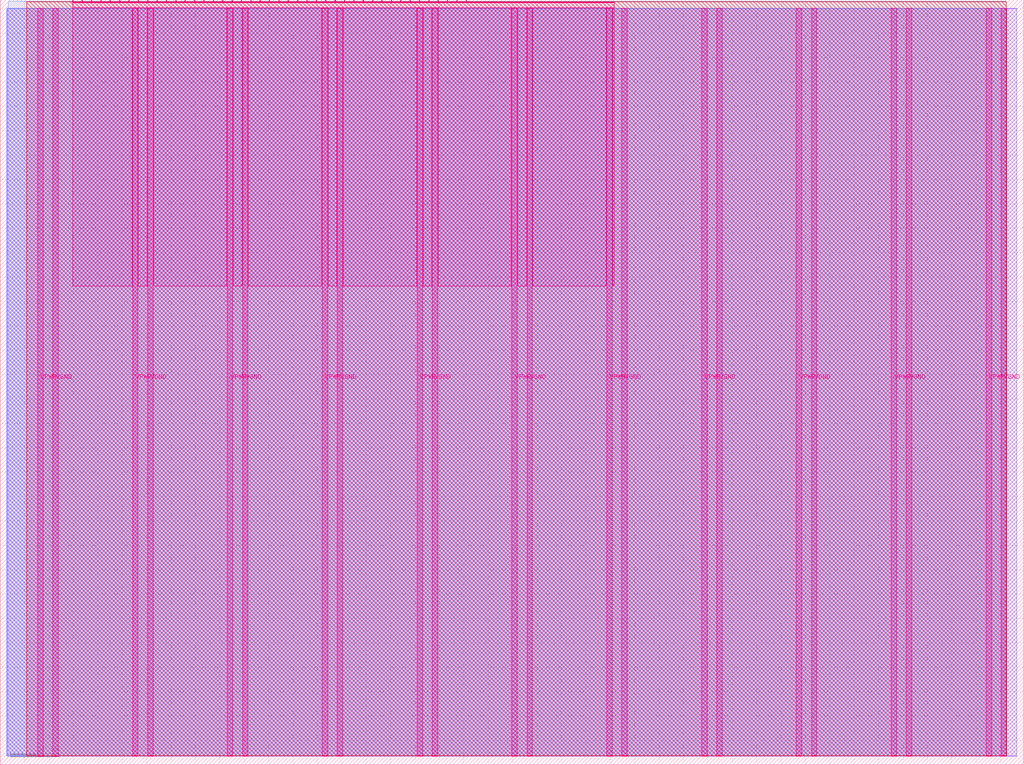
<source format=lef>
VERSION 5.7 ;
  NOWIREEXTENSIONATPIN ON ;
  DIVIDERCHAR "/" ;
  BUSBITCHARS "[]" ;
MACRO tt_um_underserved
  CLASS BLOCK ;
  FOREIGN tt_um_underserved ;
  ORIGIN 0.000 0.000 ;
  SIZE 419.520 BY 313.740 ;
  PIN VGND
    DIRECTION INOUT ;
    USE GROUND ;
    PORT
      LAYER Metal5 ;
        RECT 21.580 3.560 23.780 310.180 ;
    END
    PORT
      LAYER Metal5 ;
        RECT 60.450 3.560 62.650 310.180 ;
    END
    PORT
      LAYER Metal5 ;
        RECT 99.320 3.560 101.520 310.180 ;
    END
    PORT
      LAYER Metal5 ;
        RECT 138.190 3.560 140.390 310.180 ;
    END
    PORT
      LAYER Metal5 ;
        RECT 177.060 3.560 179.260 310.180 ;
    END
    PORT
      LAYER Metal5 ;
        RECT 215.930 3.560 218.130 310.180 ;
    END
    PORT
      LAYER Metal5 ;
        RECT 254.800 3.560 257.000 310.180 ;
    END
    PORT
      LAYER Metal5 ;
        RECT 293.670 3.560 295.870 310.180 ;
    END
    PORT
      LAYER Metal5 ;
        RECT 332.540 3.560 334.740 310.180 ;
    END
    PORT
      LAYER Metal5 ;
        RECT 371.410 3.560 373.610 310.180 ;
    END
    PORT
      LAYER Metal5 ;
        RECT 410.280 3.560 412.480 310.180 ;
    END
  END VGND
  PIN VPWR
    DIRECTION INOUT ;
    USE POWER ;
    PORT
      LAYER Metal5 ;
        RECT 15.380 3.560 17.580 310.180 ;
    END
    PORT
      LAYER Metal5 ;
        RECT 54.250 3.560 56.450 310.180 ;
    END
    PORT
      LAYER Metal5 ;
        RECT 93.120 3.560 95.320 310.180 ;
    END
    PORT
      LAYER Metal5 ;
        RECT 131.990 3.560 134.190 310.180 ;
    END
    PORT
      LAYER Metal5 ;
        RECT 170.860 3.560 173.060 310.180 ;
    END
    PORT
      LAYER Metal5 ;
        RECT 209.730 3.560 211.930 310.180 ;
    END
    PORT
      LAYER Metal5 ;
        RECT 248.600 3.560 250.800 310.180 ;
    END
    PORT
      LAYER Metal5 ;
        RECT 287.470 3.560 289.670 310.180 ;
    END
    PORT
      LAYER Metal5 ;
        RECT 326.340 3.560 328.540 310.180 ;
    END
    PORT
      LAYER Metal5 ;
        RECT 365.210 3.560 367.410 310.180 ;
    END
    PORT
      LAYER Metal5 ;
        RECT 404.080 3.560 406.280 310.180 ;
    END
  END VPWR
  PIN clk
    DIRECTION INPUT ;
    USE SIGNAL ;
    ANTENNAGATEAREA 0.213200 ;
    PORT
      LAYER Metal5 ;
        RECT 187.050 312.740 187.350 313.740 ;
    END
  END clk
  PIN ena
    DIRECTION INPUT ;
    USE SIGNAL ;
    PORT
      LAYER Metal5 ;
        RECT 190.890 312.740 191.190 313.740 ;
    END
  END ena
  PIN rst_n
    DIRECTION INPUT ;
    USE SIGNAL ;
    ANTENNAGATEAREA 0.741000 ;
    PORT
      LAYER Metal5 ;
        RECT 183.210 312.740 183.510 313.740 ;
    END
  END rst_n
  PIN ui_in[0]
    DIRECTION INPUT ;
    USE SIGNAL ;
    PORT
      LAYER Metal5 ;
        RECT 179.370 312.740 179.670 313.740 ;
    END
  END ui_in[0]
  PIN ui_in[1]
    DIRECTION INPUT ;
    USE SIGNAL ;
    PORT
      LAYER Metal5 ;
        RECT 175.530 312.740 175.830 313.740 ;
    END
  END ui_in[1]
  PIN ui_in[2]
    DIRECTION INPUT ;
    USE SIGNAL ;
    PORT
      LAYER Metal5 ;
        RECT 171.690 312.740 171.990 313.740 ;
    END
  END ui_in[2]
  PIN ui_in[3]
    DIRECTION INPUT ;
    USE SIGNAL ;
    PORT
      LAYER Metal5 ;
        RECT 167.850 312.740 168.150 313.740 ;
    END
  END ui_in[3]
  PIN ui_in[4]
    DIRECTION INPUT ;
    USE SIGNAL ;
    PORT
      LAYER Metal5 ;
        RECT 164.010 312.740 164.310 313.740 ;
    END
  END ui_in[4]
  PIN ui_in[5]
    DIRECTION INPUT ;
    USE SIGNAL ;
    PORT
      LAYER Metal5 ;
        RECT 160.170 312.740 160.470 313.740 ;
    END
  END ui_in[5]
  PIN ui_in[6]
    DIRECTION INPUT ;
    USE SIGNAL ;
    PORT
      LAYER Metal5 ;
        RECT 156.330 312.740 156.630 313.740 ;
    END
  END ui_in[6]
  PIN ui_in[7]
    DIRECTION INPUT ;
    USE SIGNAL ;
    ANTENNAGATEAREA 0.180700 ;
    PORT
      LAYER Metal5 ;
        RECT 152.490 312.740 152.790 313.740 ;
    END
  END ui_in[7]
  PIN uio_in[0]
    DIRECTION INPUT ;
    USE SIGNAL ;
    PORT
      LAYER Metal5 ;
        RECT 148.650 312.740 148.950 313.740 ;
    END
  END uio_in[0]
  PIN uio_in[1]
    DIRECTION INPUT ;
    USE SIGNAL ;
    PORT
      LAYER Metal5 ;
        RECT 144.810 312.740 145.110 313.740 ;
    END
  END uio_in[1]
  PIN uio_in[2]
    DIRECTION INPUT ;
    USE SIGNAL ;
    PORT
      LAYER Metal5 ;
        RECT 140.970 312.740 141.270 313.740 ;
    END
  END uio_in[2]
  PIN uio_in[3]
    DIRECTION INPUT ;
    USE SIGNAL ;
    PORT
      LAYER Metal5 ;
        RECT 137.130 312.740 137.430 313.740 ;
    END
  END uio_in[3]
  PIN uio_in[4]
    DIRECTION INPUT ;
    USE SIGNAL ;
    PORT
      LAYER Metal5 ;
        RECT 133.290 312.740 133.590 313.740 ;
    END
  END uio_in[4]
  PIN uio_in[5]
    DIRECTION INPUT ;
    USE SIGNAL ;
    PORT
      LAYER Metal5 ;
        RECT 129.450 312.740 129.750 313.740 ;
    END
  END uio_in[5]
  PIN uio_in[6]
    DIRECTION INPUT ;
    USE SIGNAL ;
    PORT
      LAYER Metal5 ;
        RECT 125.610 312.740 125.910 313.740 ;
    END
  END uio_in[6]
  PIN uio_in[7]
    DIRECTION INPUT ;
    USE SIGNAL ;
    PORT
      LAYER Metal5 ;
        RECT 121.770 312.740 122.070 313.740 ;
    END
  END uio_in[7]
  PIN uio_oe[0]
    DIRECTION OUTPUT ;
    USE SIGNAL ;
    ANTENNADIFFAREA 0.299200 ;
    PORT
      LAYER Metal5 ;
        RECT 56.490 312.740 56.790 313.740 ;
    END
  END uio_oe[0]
  PIN uio_oe[1]
    DIRECTION OUTPUT ;
    USE SIGNAL ;
    ANTENNADIFFAREA 0.299200 ;
    PORT
      LAYER Metal5 ;
        RECT 52.650 312.740 52.950 313.740 ;
    END
  END uio_oe[1]
  PIN uio_oe[2]
    DIRECTION OUTPUT ;
    USE SIGNAL ;
    ANTENNADIFFAREA 0.299200 ;
    PORT
      LAYER Metal5 ;
        RECT 48.810 312.740 49.110 313.740 ;
    END
  END uio_oe[2]
  PIN uio_oe[3]
    DIRECTION OUTPUT ;
    USE SIGNAL ;
    ANTENNADIFFAREA 0.299200 ;
    PORT
      LAYER Metal5 ;
        RECT 44.970 312.740 45.270 313.740 ;
    END
  END uio_oe[3]
  PIN uio_oe[4]
    DIRECTION OUTPUT ;
    USE SIGNAL ;
    ANTENNADIFFAREA 0.299200 ;
    PORT
      LAYER Metal5 ;
        RECT 41.130 312.740 41.430 313.740 ;
    END
  END uio_oe[4]
  PIN uio_oe[5]
    DIRECTION OUTPUT ;
    USE SIGNAL ;
    ANTENNADIFFAREA 0.299200 ;
    PORT
      LAYER Metal5 ;
        RECT 37.290 312.740 37.590 313.740 ;
    END
  END uio_oe[5]
  PIN uio_oe[6]
    DIRECTION OUTPUT ;
    USE SIGNAL ;
    ANTENNADIFFAREA 0.299200 ;
    PORT
      LAYER Metal5 ;
        RECT 33.450 312.740 33.750 313.740 ;
    END
  END uio_oe[6]
  PIN uio_oe[7]
    DIRECTION OUTPUT ;
    USE SIGNAL ;
    ANTENNADIFFAREA 0.299200 ;
    PORT
      LAYER Metal5 ;
        RECT 29.610 312.740 29.910 313.740 ;
    END
  END uio_oe[7]
  PIN uio_out[0]
    DIRECTION OUTPUT ;
    USE SIGNAL ;
    ANTENNADIFFAREA 0.299200 ;
    PORT
      LAYER Metal5 ;
        RECT 87.210 312.740 87.510 313.740 ;
    END
  END uio_out[0]
  PIN uio_out[1]
    DIRECTION OUTPUT ;
    USE SIGNAL ;
    ANTENNADIFFAREA 0.299200 ;
    PORT
      LAYER Metal5 ;
        RECT 83.370 312.740 83.670 313.740 ;
    END
  END uio_out[1]
  PIN uio_out[2]
    DIRECTION OUTPUT ;
    USE SIGNAL ;
    ANTENNADIFFAREA 0.299200 ;
    PORT
      LAYER Metal5 ;
        RECT 79.530 312.740 79.830 313.740 ;
    END
  END uio_out[2]
  PIN uio_out[3]
    DIRECTION OUTPUT ;
    USE SIGNAL ;
    ANTENNADIFFAREA 0.299200 ;
    PORT
      LAYER Metal5 ;
        RECT 75.690 312.740 75.990 313.740 ;
    END
  END uio_out[3]
  PIN uio_out[4]
    DIRECTION OUTPUT ;
    USE SIGNAL ;
    ANTENNADIFFAREA 0.299200 ;
    PORT
      LAYER Metal5 ;
        RECT 71.850 312.740 72.150 313.740 ;
    END
  END uio_out[4]
  PIN uio_out[5]
    DIRECTION OUTPUT ;
    USE SIGNAL ;
    ANTENNADIFFAREA 0.299200 ;
    PORT
      LAYER Metal5 ;
        RECT 68.010 312.740 68.310 313.740 ;
    END
  END uio_out[5]
  PIN uio_out[6]
    DIRECTION OUTPUT ;
    USE SIGNAL ;
    ANTENNADIFFAREA 0.299200 ;
    PORT
      LAYER Metal5 ;
        RECT 64.170 312.740 64.470 313.740 ;
    END
  END uio_out[6]
  PIN uio_out[7]
    DIRECTION OUTPUT ;
    USE SIGNAL ;
    ANTENNADIFFAREA 0.299200 ;
    PORT
      LAYER Metal5 ;
        RECT 60.330 312.740 60.630 313.740 ;
    END
  END uio_out[7]
  PIN uo_out[0]
    DIRECTION OUTPUT ;
    USE SIGNAL ;
    ANTENNAGATEAREA 0.109200 ;
    ANTENNADIFFAREA 0.632400 ;
    PORT
      LAYER Metal5 ;
        RECT 117.930 312.740 118.230 313.740 ;
    END
  END uo_out[0]
  PIN uo_out[1]
    DIRECTION OUTPUT ;
    USE SIGNAL ;
    ANTENNAGATEAREA 0.109200 ;
    ANTENNADIFFAREA 0.632400 ;
    PORT
      LAYER Metal5 ;
        RECT 114.090 312.740 114.390 313.740 ;
    END
  END uo_out[1]
  PIN uo_out[2]
    DIRECTION OUTPUT ;
    USE SIGNAL ;
    ANTENNAGATEAREA 0.109200 ;
    ANTENNADIFFAREA 0.632400 ;
    PORT
      LAYER Metal5 ;
        RECT 110.250 312.740 110.550 313.740 ;
    END
  END uo_out[2]
  PIN uo_out[3]
    DIRECTION OUTPUT ;
    USE SIGNAL ;
    ANTENNAGATEAREA 0.109200 ;
    ANTENNADIFFAREA 0.632400 ;
    PORT
      LAYER Metal5 ;
        RECT 106.410 312.740 106.710 313.740 ;
    END
  END uo_out[3]
  PIN uo_out[4]
    DIRECTION OUTPUT ;
    USE SIGNAL ;
    ANTENNAGATEAREA 0.109200 ;
    ANTENNADIFFAREA 0.632400 ;
    PORT
      LAYER Metal5 ;
        RECT 102.570 312.740 102.870 313.740 ;
    END
  END uo_out[4]
  PIN uo_out[5]
    DIRECTION OUTPUT ;
    USE SIGNAL ;
    ANTENNADIFFAREA 0.654800 ;
    PORT
      LAYER Metal5 ;
        RECT 98.730 312.740 99.030 313.740 ;
    END
  END uo_out[5]
  PIN uo_out[6]
    DIRECTION OUTPUT ;
    USE SIGNAL ;
    ANTENNADIFFAREA 0.654800 ;
    PORT
      LAYER Metal5 ;
        RECT 94.890 312.740 95.190 313.740 ;
    END
  END uo_out[6]
  PIN uo_out[7]
    DIRECTION OUTPUT ;
    USE SIGNAL ;
    ANTENNADIFFAREA 0.654800 ;
    PORT
      LAYER Metal5 ;
        RECT 91.050 312.740 91.350 313.740 ;
    END
  END uo_out[7]
  OBS
      LAYER GatPoly ;
        RECT 2.880 3.630 416.640 310.110 ;
      LAYER Metal1 ;
        RECT 2.880 3.560 416.640 310.180 ;
      LAYER Metal2 ;
        RECT 2.605 3.680 412.345 310.060 ;
      LAYER Metal3 ;
        RECT 3.260 3.635 412.300 313.045 ;
      LAYER Metal4 ;
        RECT 10.895 3.680 412.345 313.000 ;
      LAYER Metal5 ;
        RECT 30.120 312.530 33.240 312.740 ;
        RECT 33.960 312.530 37.080 312.740 ;
        RECT 37.800 312.530 40.920 312.740 ;
        RECT 41.640 312.530 44.760 312.740 ;
        RECT 45.480 312.530 48.600 312.740 ;
        RECT 49.320 312.530 52.440 312.740 ;
        RECT 53.160 312.530 56.280 312.740 ;
        RECT 57.000 312.530 60.120 312.740 ;
        RECT 60.840 312.530 63.960 312.740 ;
        RECT 64.680 312.530 67.800 312.740 ;
        RECT 68.520 312.530 71.640 312.740 ;
        RECT 72.360 312.530 75.480 312.740 ;
        RECT 76.200 312.530 79.320 312.740 ;
        RECT 80.040 312.530 83.160 312.740 ;
        RECT 83.880 312.530 87.000 312.740 ;
        RECT 87.720 312.530 90.840 312.740 ;
        RECT 91.560 312.530 94.680 312.740 ;
        RECT 95.400 312.530 98.520 312.740 ;
        RECT 99.240 312.530 102.360 312.740 ;
        RECT 103.080 312.530 106.200 312.740 ;
        RECT 106.920 312.530 110.040 312.740 ;
        RECT 110.760 312.530 113.880 312.740 ;
        RECT 114.600 312.530 117.720 312.740 ;
        RECT 118.440 312.530 121.560 312.740 ;
        RECT 122.280 312.530 125.400 312.740 ;
        RECT 126.120 312.530 129.240 312.740 ;
        RECT 129.960 312.530 133.080 312.740 ;
        RECT 133.800 312.530 136.920 312.740 ;
        RECT 137.640 312.530 140.760 312.740 ;
        RECT 141.480 312.530 144.600 312.740 ;
        RECT 145.320 312.530 148.440 312.740 ;
        RECT 149.160 312.530 152.280 312.740 ;
        RECT 153.000 312.530 156.120 312.740 ;
        RECT 156.840 312.530 159.960 312.740 ;
        RECT 160.680 312.530 163.800 312.740 ;
        RECT 164.520 312.530 167.640 312.740 ;
        RECT 168.360 312.530 171.480 312.740 ;
        RECT 172.200 312.530 175.320 312.740 ;
        RECT 176.040 312.530 179.160 312.740 ;
        RECT 179.880 312.530 183.000 312.740 ;
        RECT 183.720 312.530 186.840 312.740 ;
        RECT 187.560 312.530 190.680 312.740 ;
        RECT 191.400 312.530 251.620 312.740 ;
        RECT 29.660 310.390 251.620 312.530 ;
        RECT 29.660 196.415 54.040 310.390 ;
        RECT 56.660 196.415 60.240 310.390 ;
        RECT 62.860 196.415 92.910 310.390 ;
        RECT 95.530 196.415 99.110 310.390 ;
        RECT 101.730 196.415 131.780 310.390 ;
        RECT 134.400 196.415 137.980 310.390 ;
        RECT 140.600 196.415 170.650 310.390 ;
        RECT 173.270 196.415 176.850 310.390 ;
        RECT 179.470 196.415 209.520 310.390 ;
        RECT 212.140 196.415 215.720 310.390 ;
        RECT 218.340 196.415 248.390 310.390 ;
        RECT 251.010 196.415 251.620 310.390 ;
  END
END tt_um_underserved
END LIBRARY


</source>
